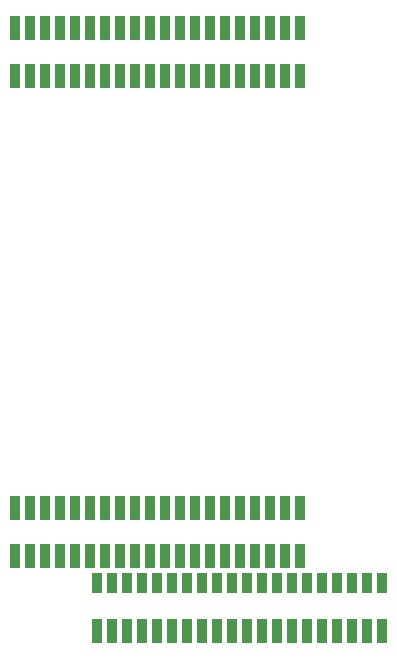
<source format=gbr>
%TF.GenerationSoftware,KiCad,Pcbnew,5.1.0-rc2-unknown-036be7d~80~ubuntu16.04.1*%
%TF.CreationDate,2022-02-04T13:28:53+02:00*%
%TF.ProjectId,STMP15x-SHIELD_Rev_A,53544d50-3135-4782-9d53-4849454c445f,A*%
%TF.SameCoordinates,Original*%
%TF.FileFunction,Paste,Bot*%
%TF.FilePolarity,Positive*%
%FSLAX46Y46*%
G04 Gerber Fmt 4.6, Leading zero omitted, Abs format (unit mm)*
G04 Created by KiCad (PCBNEW 5.1.0-rc2-unknown-036be7d~80~ubuntu16.04.1) date 2022-02-04 13:28:53*
%MOMM*%
%LPD*%
G04 APERTURE LIST*
%ADD10R,0.900000X2.000000*%
%ADD11R,0.900000X1.800000*%
G04 APERTURE END LIST*
D10*
%TO.C,GPIO-3*%
X146050000Y-100457000D03*
X144780000Y-100457000D03*
X143510000Y-100457000D03*
X142240000Y-100457000D03*
X140970000Y-100457000D03*
X139700000Y-100457000D03*
X138430000Y-100457000D03*
X137160000Y-100457000D03*
X135890000Y-100457000D03*
X134620000Y-100457000D03*
X147320000Y-100457000D03*
X148590000Y-100457000D03*
X149860000Y-100457000D03*
X151130000Y-100457000D03*
X152400000Y-100457000D03*
X153670000Y-100457000D03*
X154940000Y-100457000D03*
X156210000Y-100457000D03*
X157480000Y-100457000D03*
X158750000Y-100457000D03*
D11*
X135890000Y-96393000D03*
X134620000Y-96393000D03*
X137160000Y-96393000D03*
X138430000Y-96393000D03*
X139700000Y-96393000D03*
X140970000Y-96393000D03*
X142240000Y-96393000D03*
X143510000Y-96393000D03*
X144780000Y-96393000D03*
X146050000Y-96393000D03*
X154940000Y-96393000D03*
X158750000Y-96393000D03*
X151130000Y-96393000D03*
X152400000Y-96393000D03*
X148590000Y-96393000D03*
X147320000Y-96393000D03*
X149860000Y-96393000D03*
X153670000Y-96393000D03*
X157480000Y-96393000D03*
X156210000Y-96393000D03*
%TD*%
D10*
%TO.C,GPIO-1*%
X139065000Y-49403000D03*
X139065000Y-53467000D03*
X137795000Y-49403000D03*
X137795000Y-53467000D03*
X136525000Y-49403000D03*
X136525000Y-53467000D03*
X135255000Y-49403000D03*
X135255000Y-53467000D03*
X133985000Y-49403000D03*
X133985000Y-53467000D03*
X132715000Y-49403000D03*
X132715000Y-53467000D03*
X131445000Y-49403000D03*
X131445000Y-53467000D03*
X130175000Y-49403000D03*
X130175000Y-53467000D03*
X128905000Y-49403000D03*
X128905000Y-53467000D03*
X127635000Y-49403000D03*
X127635000Y-53467000D03*
X140335000Y-53467000D03*
X140335000Y-49403000D03*
X141605000Y-53467000D03*
X141605000Y-49403000D03*
X142875000Y-53467000D03*
X142875000Y-49403000D03*
X144145000Y-53467000D03*
X144145000Y-49403000D03*
X145415000Y-53467000D03*
X145415000Y-49403000D03*
X146685000Y-53467000D03*
X146685000Y-49403000D03*
X147955000Y-53467000D03*
X147955000Y-49403000D03*
X149225000Y-53467000D03*
X149225000Y-49403000D03*
X150495000Y-53467000D03*
X150495000Y-49403000D03*
X151765000Y-53467000D03*
X151765000Y-49403000D03*
%TD*%
%TO.C,GPIO-2*%
X139065000Y-90043000D03*
X139065000Y-94107000D03*
X137795000Y-90043000D03*
X137795000Y-94107000D03*
X136525000Y-90043000D03*
X136525000Y-94107000D03*
X135255000Y-90043000D03*
X135255000Y-94107000D03*
X133985000Y-90043000D03*
X133985000Y-94107000D03*
X132715000Y-90043000D03*
X132715000Y-94107000D03*
X131445000Y-90043000D03*
X131445000Y-94107000D03*
X130175000Y-90043000D03*
X130175000Y-94107000D03*
X128905000Y-90043000D03*
X128905000Y-94107000D03*
X127635000Y-90043000D03*
X127635000Y-94107000D03*
X140335000Y-94107000D03*
X140335000Y-90043000D03*
X141605000Y-94107000D03*
X141605000Y-90043000D03*
X142875000Y-94107000D03*
X142875000Y-90043000D03*
X144145000Y-94107000D03*
X144145000Y-90043000D03*
X145415000Y-94107000D03*
X145415000Y-90043000D03*
X146685000Y-94107000D03*
X146685000Y-90043000D03*
X147955000Y-94107000D03*
X147955000Y-90043000D03*
X149225000Y-94107000D03*
X149225000Y-90043000D03*
X150495000Y-94107000D03*
X150495000Y-90043000D03*
X151765000Y-94107000D03*
X151765000Y-90043000D03*
%TD*%
M02*

</source>
